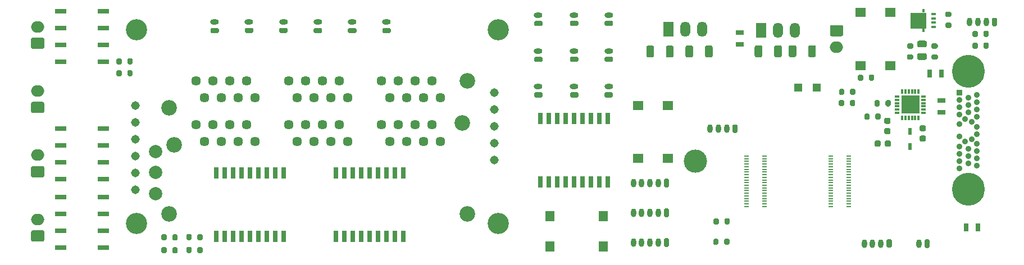
<source format=gbr>
%TF.GenerationSoftware,KiCad,Pcbnew,(5.1.9)-1*%
%TF.CreationDate,2021-05-21T14:20:41+01:00*%
%TF.ProjectId,BreakoutV1.0_,42726561-6b6f-4757-9456-312e305f2e6b,rev?*%
%TF.SameCoordinates,Original*%
%TF.FileFunction,Soldermask,Top*%
%TF.FilePolarity,Negative*%
%FSLAX46Y46*%
G04 Gerber Fmt 4.6, Leading zero omitted, Abs format (unit mm)*
G04 Created by KiCad (PCBNEW (5.1.9)-1) date 2021-05-21 14:20:41*
%MOMM*%
%LPD*%
G01*
G04 APERTURE LIST*
%ADD10R,2.800000X2.800000*%
%ADD11R,0.300000X0.800000*%
%ADD12R,0.800000X0.300000*%
%ADD13R,1.700000X0.650000*%
%ADD14R,1.200000X1.200000*%
%ADD15R,0.760000X1.270000*%
%ADD16R,0.400000X0.530000*%
%ADD17R,2.400000X2.450000*%
%ADD18R,0.750000X0.400000*%
%ADD19C,2.355000*%
%ADD20C,1.446000*%
%ADD21R,1.270000X0.760000*%
%ADD22R,0.500000X1.050000*%
%ADD23O,0.800000X1.300000*%
%ADD24O,1.500000X2.300000*%
%ADD25R,1.500000X2.300000*%
%ADD26R,0.660000X0.230000*%
%ADD27O,2.000000X1.700000*%
%ADD28O,1.300000X0.800000*%
%ADD29C,3.500120*%
%ADD30C,3.200000*%
%ADD31C,1.310000*%
%ADD32R,1.600000X1.400000*%
%ADD33R,1.400000X1.600000*%
%ADD34C,4.957000*%
%ADD35C,0.900000*%
%ADD36R,0.900000X0.900000*%
%ADD37C,1.998980*%
%ADD38R,0.650000X1.800000*%
G04 APERTURE END LIST*
D10*
%TO.C,IC4*%
X182255160Y-31135320D03*
D11*
X183505160Y-33135320D03*
X183005160Y-33135320D03*
X182505160Y-33135320D03*
X182005160Y-33135320D03*
X181505160Y-33135320D03*
X181005160Y-33135320D03*
D12*
X180255160Y-32385320D03*
X180255160Y-31885320D03*
X180255160Y-31385320D03*
X180255160Y-30885320D03*
X180255160Y-30385320D03*
X180255160Y-29885320D03*
D11*
X181005160Y-29135320D03*
X181505160Y-29135320D03*
X182005160Y-29135320D03*
X182505160Y-29135320D03*
X183005160Y-29135320D03*
X183505160Y-29135320D03*
D12*
X184255160Y-29885320D03*
X184255160Y-30385320D03*
X184255160Y-30885320D03*
X184255160Y-31385320D03*
X184255160Y-31885320D03*
X184255160Y-32385320D03*
%TD*%
D13*
%TO.C,K3*%
X54204000Y-24653240D03*
X54204000Y-22113240D03*
X54204000Y-19573240D03*
X54204000Y-17033240D03*
X60604000Y-17033240D03*
X60604000Y-19573240D03*
X60604000Y-22113240D03*
X60604000Y-24653240D03*
%TD*%
D14*
%TO.C,D1*%
X168186100Y-28575000D03*
X165386100Y-28575000D03*
%TD*%
D15*
%TO.C,D4*%
X186945000Y-26416000D03*
X185165000Y-26416000D03*
%TD*%
D16*
%TO.C,Q1*%
X184204840Y-16955480D03*
X184204840Y-19935480D03*
D17*
X183504840Y-18445480D03*
D18*
X185729840Y-17470480D03*
X185729840Y-18120480D03*
X185729840Y-18770480D03*
X185729840Y-19420480D03*
%TD*%
D13*
%TO.C,K2*%
X54229400Y-42392600D03*
X54229400Y-39852600D03*
X54229400Y-37312600D03*
X54229400Y-34772600D03*
X60629400Y-34772600D03*
X60629400Y-37312600D03*
X60629400Y-39852600D03*
X60629400Y-42392600D03*
%TD*%
%TO.C,K1*%
X54229400Y-52679600D03*
X54229400Y-50139600D03*
X54229400Y-47599600D03*
X54229400Y-45059600D03*
X60629400Y-45059600D03*
X60629400Y-47599600D03*
X60629400Y-50139600D03*
X60629400Y-52679600D03*
%TD*%
D19*
%TO.C,J29*%
X70562660Y-31589980D03*
X71322660Y-37179980D03*
X70562660Y-47589980D03*
X115512660Y-47589980D03*
X114752660Y-33879980D03*
X115512660Y-27529980D03*
D20*
X111452660Y-30069980D03*
X110182660Y-27529980D03*
X108912660Y-30069980D03*
X107642660Y-27529980D03*
X106372660Y-30069980D03*
X105102660Y-27529980D03*
X103832660Y-30069980D03*
X102562660Y-27529980D03*
X97482660Y-30069980D03*
X96212660Y-27529980D03*
X94942660Y-30069980D03*
X93672660Y-27529980D03*
X92402660Y-30069980D03*
X91132660Y-27529980D03*
X89862660Y-30069980D03*
X88592660Y-27529980D03*
X83512660Y-30069980D03*
X82242660Y-27529980D03*
X80972660Y-30069980D03*
X79702660Y-27529980D03*
X78432660Y-30069980D03*
X77162660Y-27529980D03*
X75892660Y-30069980D03*
X74622660Y-27529980D03*
X102562660Y-34129980D03*
X103832660Y-36669980D03*
X105102660Y-34129980D03*
X106372660Y-36669980D03*
X107642660Y-34129980D03*
X108912660Y-36669980D03*
X110182660Y-34129980D03*
X111452660Y-36669980D03*
X88592660Y-34129980D03*
X89862660Y-36669980D03*
X91132660Y-34129980D03*
X92402660Y-36669980D03*
X93672660Y-34129980D03*
X94942660Y-36669980D03*
X96212660Y-34129980D03*
X97482660Y-36669980D03*
X74622660Y-34129980D03*
X75892660Y-36669980D03*
X77162660Y-34129980D03*
X78432660Y-36669980D03*
X79702660Y-34129980D03*
X80972660Y-36669980D03*
X82242660Y-34129980D03*
X83512660Y-36669980D03*
%TD*%
D15*
%TO.C,D6*%
X192416160Y-49641760D03*
X190636160Y-49641760D03*
%TD*%
D21*
%TO.C,D5*%
X186944000Y-30484080D03*
X186944000Y-32264080D03*
%TD*%
%TO.C,D3*%
X156514800Y-20293600D03*
X156514800Y-22073600D03*
%TD*%
D22*
%TO.C,D2*%
X182168800Y-37460000D03*
X182168800Y-35184000D03*
%TD*%
D23*
%TO.C,J5*%
X183560400Y-52082700D03*
G36*
G01*
X185210400Y-51632700D02*
X185210400Y-52532700D01*
G75*
G02*
X185010400Y-52732700I-200000J0D01*
G01*
X184610400Y-52732700D01*
G75*
G02*
X184410400Y-52532700I0J200000D01*
G01*
X184410400Y-51632700D01*
G75*
G02*
X184610400Y-51432700I200000J0D01*
G01*
X185010400Y-51432700D01*
G75*
G02*
X185210400Y-51632700I0J-200000D01*
G01*
G37*
%TD*%
D24*
%TO.C,U2*%
X150855680Y-19781520D03*
X148315680Y-19781520D03*
D25*
X145775680Y-19781520D03*
%TD*%
D26*
%TO.C,U3*%
X172970100Y-40884700D03*
X170260100Y-40484700D03*
X170260100Y-40084700D03*
X172970100Y-40084700D03*
X170260100Y-39684700D03*
X172970100Y-39684700D03*
X170260100Y-39284700D03*
X172970100Y-39284700D03*
X170260100Y-38884700D03*
X172970100Y-44084700D03*
X170260100Y-43684700D03*
X172970100Y-43684700D03*
X170260100Y-43284700D03*
X172970100Y-43284700D03*
X170260100Y-42884700D03*
X172970100Y-42884700D03*
X170260100Y-42484700D03*
X172970100Y-42484700D03*
X170260100Y-42084700D03*
X172970100Y-42084700D03*
X170260100Y-41684700D03*
X172970100Y-41684700D03*
X170260100Y-41284700D03*
X172970100Y-40484700D03*
X172970100Y-41284700D03*
X170260100Y-40884700D03*
X170260100Y-46484700D03*
X172970100Y-46484700D03*
X170260100Y-46084700D03*
X172970100Y-46084700D03*
X170260100Y-45684700D03*
X172970100Y-45684700D03*
X170260100Y-45284700D03*
X172970100Y-45284700D03*
X170260100Y-44884700D03*
X172970100Y-44884700D03*
X170260100Y-44484700D03*
X172970100Y-44484700D03*
X170260100Y-44084700D03*
X172970100Y-38884700D03*
X160270100Y-38884700D03*
X157560100Y-38884700D03*
X160270100Y-39284700D03*
X157560100Y-39284700D03*
X160270100Y-39684700D03*
X157560100Y-39684700D03*
X160270100Y-40084700D03*
X157560100Y-40084700D03*
X160270100Y-40484700D03*
X157560100Y-41284700D03*
X160270100Y-41684700D03*
X157560100Y-41684700D03*
X160270100Y-42084700D03*
X157560100Y-42084700D03*
X160270100Y-42484700D03*
X157560100Y-42484700D03*
X160270100Y-42884700D03*
X157560100Y-42884700D03*
X160270100Y-43284700D03*
X157560100Y-43284700D03*
X160270100Y-43684700D03*
X157560100Y-43684700D03*
X160270100Y-44084700D03*
X157560100Y-44084700D03*
X160270100Y-44484700D03*
X157560100Y-44484700D03*
X160270100Y-44884700D03*
X157560100Y-44884700D03*
X160270100Y-45284700D03*
X157560100Y-45284700D03*
X160270100Y-45684700D03*
X157560100Y-45684700D03*
X160270100Y-46084700D03*
X157560100Y-46084700D03*
X160270100Y-46484700D03*
X157560100Y-46484700D03*
X157560100Y-40484700D03*
X160270100Y-40884700D03*
X157560100Y-40884700D03*
X160270100Y-41284700D03*
%TD*%
%TO.C,R12*%
G36*
G01*
X193275000Y-22500000D02*
X193275000Y-21950000D01*
G75*
G02*
X193475000Y-21750000I200000J0D01*
G01*
X193875000Y-21750000D01*
G75*
G02*
X194075000Y-21950000I0J-200000D01*
G01*
X194075000Y-22500000D01*
G75*
G02*
X193875000Y-22700000I-200000J0D01*
G01*
X193475000Y-22700000D01*
G75*
G02*
X193275000Y-22500000I0J200000D01*
G01*
G37*
G36*
G01*
X191625000Y-22500000D02*
X191625000Y-21950000D01*
G75*
G02*
X191825000Y-21750000I200000J0D01*
G01*
X192225000Y-21750000D01*
G75*
G02*
X192425000Y-21950000I0J-200000D01*
G01*
X192425000Y-22500000D01*
G75*
G02*
X192225000Y-22700000I-200000J0D01*
G01*
X191825000Y-22700000D01*
G75*
G02*
X191625000Y-22500000I0J200000D01*
G01*
G37*
%TD*%
%TO.C,R11*%
G36*
G01*
X193275000Y-20722000D02*
X193275000Y-20172000D01*
G75*
G02*
X193475000Y-19972000I200000J0D01*
G01*
X193875000Y-19972000D01*
G75*
G02*
X194075000Y-20172000I0J-200000D01*
G01*
X194075000Y-20722000D01*
G75*
G02*
X193875000Y-20922000I-200000J0D01*
G01*
X193475000Y-20922000D01*
G75*
G02*
X193275000Y-20722000I0J200000D01*
G01*
G37*
G36*
G01*
X191625000Y-20722000D02*
X191625000Y-20172000D01*
G75*
G02*
X191825000Y-19972000I200000J0D01*
G01*
X192225000Y-19972000D01*
G75*
G02*
X192425000Y-20172000I0J-200000D01*
G01*
X192425000Y-20722000D01*
G75*
G02*
X192225000Y-20922000I-200000J0D01*
G01*
X191825000Y-20922000D01*
G75*
G02*
X191625000Y-20722000I0J200000D01*
G01*
G37*
%TD*%
%TO.C,C5*%
G36*
G01*
X145426000Y-23764001D02*
X145426000Y-22463999D01*
G75*
G02*
X145675999Y-22214000I249999J0D01*
G01*
X146326001Y-22214000D01*
G75*
G02*
X146576000Y-22463999I0J-249999D01*
G01*
X146576000Y-23764001D01*
G75*
G02*
X146326001Y-24014000I-249999J0D01*
G01*
X145675999Y-24014000D01*
G75*
G02*
X145426000Y-23764001I0J249999D01*
G01*
G37*
G36*
G01*
X142476000Y-23764001D02*
X142476000Y-22463999D01*
G75*
G02*
X142725999Y-22214000I249999J0D01*
G01*
X143376001Y-22214000D01*
G75*
G02*
X143626000Y-22463999I0J-249999D01*
G01*
X143626000Y-23764001D01*
G75*
G02*
X143376001Y-24014000I-249999J0D01*
G01*
X142725999Y-24014000D01*
G75*
G02*
X142476000Y-23764001I0J249999D01*
G01*
G37*
%TD*%
D27*
%TO.C,J24*%
X171145200Y-22464400D03*
G36*
G01*
X170395200Y-19114400D02*
X171895200Y-19114400D01*
G75*
G02*
X172145200Y-19364400I0J-250000D01*
G01*
X172145200Y-20564400D01*
G75*
G02*
X171895200Y-20814400I-250000J0D01*
G01*
X170395200Y-20814400D01*
G75*
G02*
X170145200Y-20564400I0J250000D01*
G01*
X170145200Y-19364400D01*
G75*
G02*
X170395200Y-19114400I250000J0D01*
G01*
G37*
%TD*%
%TO.C,C6*%
G36*
G01*
X149517000Y-22463999D02*
X149517000Y-23764001D01*
G75*
G02*
X149267001Y-24014000I-249999J0D01*
G01*
X148616999Y-24014000D01*
G75*
G02*
X148367000Y-23764001I0J249999D01*
G01*
X148367000Y-22463999D01*
G75*
G02*
X148616999Y-22214000I249999J0D01*
G01*
X149267001Y-22214000D01*
G75*
G02*
X149517000Y-22463999I0J-249999D01*
G01*
G37*
G36*
G01*
X152467000Y-22463999D02*
X152467000Y-23764001D01*
G75*
G02*
X152217001Y-24014000I-249999J0D01*
G01*
X151566999Y-24014000D01*
G75*
G02*
X151317000Y-23764001I0J249999D01*
G01*
X151317000Y-22463999D01*
G75*
G02*
X151566999Y-22214000I249999J0D01*
G01*
X152217001Y-22214000D01*
G75*
G02*
X152467000Y-22463999I0J-249999D01*
G01*
G37*
%TD*%
%TO.C,C7*%
G36*
G01*
X161745200Y-23738601D02*
X161745200Y-22438599D01*
G75*
G02*
X161995199Y-22188600I249999J0D01*
G01*
X162645201Y-22188600D01*
G75*
G02*
X162895200Y-22438599I0J-249999D01*
G01*
X162895200Y-23738601D01*
G75*
G02*
X162645201Y-23988600I-249999J0D01*
G01*
X161995199Y-23988600D01*
G75*
G02*
X161745200Y-23738601I0J249999D01*
G01*
G37*
G36*
G01*
X158795200Y-23738601D02*
X158795200Y-22438599D01*
G75*
G02*
X159045199Y-22188600I249999J0D01*
G01*
X159695201Y-22188600D01*
G75*
G02*
X159945200Y-22438599I0J-249999D01*
G01*
X159945200Y-23738601D01*
G75*
G02*
X159695201Y-23988600I-249999J0D01*
G01*
X159045199Y-23988600D01*
G75*
G02*
X158795200Y-23738601I0J249999D01*
G01*
G37*
%TD*%
%TO.C,C8*%
G36*
G01*
X166865400Y-23713201D02*
X166865400Y-22413199D01*
G75*
G02*
X167115399Y-22163200I249999J0D01*
G01*
X167765401Y-22163200D01*
G75*
G02*
X168015400Y-22413199I0J-249999D01*
G01*
X168015400Y-23713201D01*
G75*
G02*
X167765401Y-23963200I-249999J0D01*
G01*
X167115399Y-23963200D01*
G75*
G02*
X166865400Y-23713201I0J249999D01*
G01*
G37*
G36*
G01*
X163915400Y-23713201D02*
X163915400Y-22413199D01*
G75*
G02*
X164165399Y-22163200I249999J0D01*
G01*
X164815401Y-22163200D01*
G75*
G02*
X165065400Y-22413199I0J-249999D01*
G01*
X165065400Y-23713201D01*
G75*
G02*
X164815401Y-23963200I-249999J0D01*
G01*
X164165399Y-23963200D01*
G75*
G02*
X163915400Y-23713201I0J249999D01*
G01*
G37*
%TD*%
%TO.C,C1*%
G36*
G01*
X184498000Y-22473500D02*
X183548000Y-22473500D01*
G75*
G02*
X183298000Y-22223500I0J250000D01*
G01*
X183298000Y-21723500D01*
G75*
G02*
X183548000Y-21473500I250000J0D01*
G01*
X184498000Y-21473500D01*
G75*
G02*
X184748000Y-21723500I0J-250000D01*
G01*
X184748000Y-22223500D01*
G75*
G02*
X184498000Y-22473500I-250000J0D01*
G01*
G37*
G36*
G01*
X184498000Y-24373500D02*
X183548000Y-24373500D01*
G75*
G02*
X183298000Y-24123500I0J250000D01*
G01*
X183298000Y-23623500D01*
G75*
G02*
X183548000Y-23373500I250000J0D01*
G01*
X184498000Y-23373500D01*
G75*
G02*
X184748000Y-23623500I0J-250000D01*
G01*
X184748000Y-24123500D01*
G75*
G02*
X184498000Y-24373500I-250000J0D01*
G01*
G37*
%TD*%
D28*
%TO.C,J20*%
X77406500Y-18689000D03*
G36*
G01*
X77856500Y-20339000D02*
X76956500Y-20339000D01*
G75*
G02*
X76756500Y-20139000I0J200000D01*
G01*
X76756500Y-19739000D01*
G75*
G02*
X76956500Y-19539000I200000J0D01*
G01*
X77856500Y-19539000D01*
G75*
G02*
X78056500Y-19739000I0J-200000D01*
G01*
X78056500Y-20139000D01*
G75*
G02*
X77856500Y-20339000I-200000J0D01*
G01*
G37*
%TD*%
%TO.C,J16*%
X98132900Y-18689000D03*
G36*
G01*
X98582900Y-20339000D02*
X97682900Y-20339000D01*
G75*
G02*
X97482900Y-20139000I0J200000D01*
G01*
X97482900Y-19739000D01*
G75*
G02*
X97682900Y-19539000I200000J0D01*
G01*
X98582900Y-19539000D01*
G75*
G02*
X98782900Y-19739000I0J-200000D01*
G01*
X98782900Y-20139000D01*
G75*
G02*
X98582900Y-20339000I-200000J0D01*
G01*
G37*
%TD*%
%TO.C,J15*%
X103314500Y-18689000D03*
G36*
G01*
X103764500Y-20339000D02*
X102864500Y-20339000D01*
G75*
G02*
X102664500Y-20139000I0J200000D01*
G01*
X102664500Y-19739000D01*
G75*
G02*
X102864500Y-19539000I200000J0D01*
G01*
X103764500Y-19539000D01*
G75*
G02*
X103964500Y-19739000I0J-200000D01*
G01*
X103964500Y-20139000D01*
G75*
G02*
X103764500Y-20339000I-200000J0D01*
G01*
G37*
%TD*%
D29*
%TO.C,H1*%
X149860000Y-39624000D03*
%TD*%
D30*
%TO.C,J31/32*%
X120170020Y-49017160D03*
X120167480Y-19845260D03*
X65587960Y-49024780D03*
X65585420Y-19835100D03*
D31*
X119537480Y-36972240D03*
X119537480Y-29352240D03*
X119537480Y-39512240D03*
X119537480Y-34432240D03*
X119537480Y-31892240D03*
X65477480Y-43922240D03*
X65477480Y-41382240D03*
X65477480Y-38842240D03*
X65477480Y-36302240D03*
X65477480Y-33762240D03*
X65477480Y-31222240D03*
%TD*%
%TO.C,J27*%
G36*
G01*
X51473800Y-32405266D02*
X49973800Y-32405266D01*
G75*
G02*
X49723800Y-32155266I0J250000D01*
G01*
X49723800Y-30955266D01*
G75*
G02*
X49973800Y-30705266I250000J0D01*
G01*
X51473800Y-30705266D01*
G75*
G02*
X51723800Y-30955266I0J-250000D01*
G01*
X51723800Y-32155266D01*
G75*
G02*
X51473800Y-32405266I-250000J0D01*
G01*
G37*
D27*
X50723800Y-29055266D03*
%TD*%
%TO.C,J26*%
G36*
G01*
X51473800Y-42091132D02*
X49973800Y-42091132D01*
G75*
G02*
X49723800Y-41841132I0J250000D01*
G01*
X49723800Y-40641132D01*
G75*
G02*
X49973800Y-40391132I250000J0D01*
G01*
X51473800Y-40391132D01*
G75*
G02*
X51723800Y-40641132I0J-250000D01*
G01*
X51723800Y-41841132D01*
G75*
G02*
X51473800Y-42091132I-250000J0D01*
G01*
G37*
X50723800Y-38741132D03*
%TD*%
D23*
%TO.C,J4*%
X152094240Y-34757360D03*
X153344240Y-34757360D03*
X154594240Y-34757360D03*
G36*
G01*
X156244240Y-34307360D02*
X156244240Y-35207360D01*
G75*
G02*
X156044240Y-35407360I-200000J0D01*
G01*
X155644240Y-35407360D01*
G75*
G02*
X155444240Y-35207360I0J200000D01*
G01*
X155444240Y-34307360D01*
G75*
G02*
X155644240Y-34107360I200000J0D01*
G01*
X156044240Y-34107360D01*
G75*
G02*
X156244240Y-34307360I0J-200000D01*
G01*
G37*
%TD*%
D24*
%TO.C,U1*%
X164825680Y-19928840D03*
X162285680Y-19928840D03*
D25*
X159745680Y-19928840D03*
%TD*%
D32*
%TO.C,S3*%
X179282920Y-17229320D03*
X179282920Y-25229320D03*
X174782920Y-17229320D03*
X174782920Y-25229320D03*
%TD*%
%TO.C,S2*%
X141219360Y-39234880D03*
X141219360Y-31234880D03*
X145719360Y-39234880D03*
X145719360Y-31234880D03*
%TD*%
D33*
%TO.C,S1*%
X127942840Y-47975960D03*
X135942840Y-47975960D03*
X127942840Y-52475960D03*
X135942840Y-52475960D03*
%TD*%
%TO.C,R6*%
G36*
G01*
X65043000Y-24322360D02*
X65043000Y-24872360D01*
G75*
G02*
X64843000Y-25072360I-200000J0D01*
G01*
X64443000Y-25072360D01*
G75*
G02*
X64243000Y-24872360I0J200000D01*
G01*
X64243000Y-24322360D01*
G75*
G02*
X64443000Y-24122360I200000J0D01*
G01*
X64843000Y-24122360D01*
G75*
G02*
X65043000Y-24322360I0J-200000D01*
G01*
G37*
G36*
G01*
X63393000Y-24322360D02*
X63393000Y-24872360D01*
G75*
G02*
X63193000Y-25072360I-200000J0D01*
G01*
X62793000Y-25072360D01*
G75*
G02*
X62593000Y-24872360I0J200000D01*
G01*
X62593000Y-24322360D01*
G75*
G02*
X62793000Y-24122360I200000J0D01*
G01*
X63193000Y-24122360D01*
G75*
G02*
X63393000Y-24322360I0J-200000D01*
G01*
G37*
%TD*%
%TO.C,R5*%
G36*
G01*
X65043000Y-26115600D02*
X65043000Y-26665600D01*
G75*
G02*
X64843000Y-26865600I-200000J0D01*
G01*
X64443000Y-26865600D01*
G75*
G02*
X64243000Y-26665600I0J200000D01*
G01*
X64243000Y-26115600D01*
G75*
G02*
X64443000Y-25915600I200000J0D01*
G01*
X64843000Y-25915600D01*
G75*
G02*
X65043000Y-26115600I0J-200000D01*
G01*
G37*
G36*
G01*
X63393000Y-26115600D02*
X63393000Y-26665600D01*
G75*
G02*
X63193000Y-26865600I-200000J0D01*
G01*
X62793000Y-26865600D01*
G75*
G02*
X62593000Y-26665600I0J200000D01*
G01*
X62593000Y-26115600D01*
G75*
G02*
X62793000Y-25915600I200000J0D01*
G01*
X63193000Y-25915600D01*
G75*
G02*
X63393000Y-26115600I0J-200000D01*
G01*
G37*
%TD*%
%TO.C,R4*%
G36*
G01*
X73934000Y-50829800D02*
X73934000Y-51379800D01*
G75*
G02*
X73734000Y-51579800I-200000J0D01*
G01*
X73334000Y-51579800D01*
G75*
G02*
X73134000Y-51379800I0J200000D01*
G01*
X73134000Y-50829800D01*
G75*
G02*
X73334000Y-50629800I200000J0D01*
G01*
X73734000Y-50629800D01*
G75*
G02*
X73934000Y-50829800I0J-200000D01*
G01*
G37*
G36*
G01*
X75584000Y-50829800D02*
X75584000Y-51379800D01*
G75*
G02*
X75384000Y-51579800I-200000J0D01*
G01*
X74984000Y-51579800D01*
G75*
G02*
X74784000Y-51379800I0J200000D01*
G01*
X74784000Y-50829800D01*
G75*
G02*
X74984000Y-50629800I200000J0D01*
G01*
X75384000Y-50629800D01*
G75*
G02*
X75584000Y-50829800I0J-200000D01*
G01*
G37*
%TD*%
%TO.C,R3*%
G36*
G01*
X73934000Y-52780520D02*
X73934000Y-53330520D01*
G75*
G02*
X73734000Y-53530520I-200000J0D01*
G01*
X73334000Y-53530520D01*
G75*
G02*
X73134000Y-53330520I0J200000D01*
G01*
X73134000Y-52780520D01*
G75*
G02*
X73334000Y-52580520I200000J0D01*
G01*
X73734000Y-52580520D01*
G75*
G02*
X73934000Y-52780520I0J-200000D01*
G01*
G37*
G36*
G01*
X75584000Y-52780520D02*
X75584000Y-53330520D01*
G75*
G02*
X75384000Y-53530520I-200000J0D01*
G01*
X74984000Y-53530520D01*
G75*
G02*
X74784000Y-53330520I0J200000D01*
G01*
X74784000Y-52780520D01*
G75*
G02*
X74984000Y-52580520I200000J0D01*
G01*
X75384000Y-52580520D01*
G75*
G02*
X75584000Y-52780520I0J-200000D01*
G01*
G37*
%TD*%
%TO.C,R2*%
G36*
G01*
X70174800Y-50855200D02*
X70174800Y-51405200D01*
G75*
G02*
X69974800Y-51605200I-200000J0D01*
G01*
X69574800Y-51605200D01*
G75*
G02*
X69374800Y-51405200I0J200000D01*
G01*
X69374800Y-50855200D01*
G75*
G02*
X69574800Y-50655200I200000J0D01*
G01*
X69974800Y-50655200D01*
G75*
G02*
X70174800Y-50855200I0J-200000D01*
G01*
G37*
G36*
G01*
X71824800Y-50855200D02*
X71824800Y-51405200D01*
G75*
G02*
X71624800Y-51605200I-200000J0D01*
G01*
X71224800Y-51605200D01*
G75*
G02*
X71024800Y-51405200I0J200000D01*
G01*
X71024800Y-50855200D01*
G75*
G02*
X71224800Y-50655200I200000J0D01*
G01*
X71624800Y-50655200D01*
G75*
G02*
X71824800Y-50855200I0J-200000D01*
G01*
G37*
%TD*%
%TO.C,R1*%
G36*
G01*
X70174800Y-52805920D02*
X70174800Y-53355920D01*
G75*
G02*
X69974800Y-53555920I-200000J0D01*
G01*
X69574800Y-53555920D01*
G75*
G02*
X69374800Y-53355920I0J200000D01*
G01*
X69374800Y-52805920D01*
G75*
G02*
X69574800Y-52605920I200000J0D01*
G01*
X69974800Y-52605920D01*
G75*
G02*
X70174800Y-52805920I0J-200000D01*
G01*
G37*
G36*
G01*
X71824800Y-52805920D02*
X71824800Y-53355920D01*
G75*
G02*
X71624800Y-53555920I-200000J0D01*
G01*
X71224800Y-53555920D01*
G75*
G02*
X71024800Y-53355920I0J200000D01*
G01*
X71024800Y-52805920D01*
G75*
G02*
X71224800Y-52605920I200000J0D01*
G01*
X71624800Y-52605920D01*
G75*
G02*
X71824800Y-52805920I0J-200000D01*
G01*
G37*
%TD*%
%TO.C,R14*%
G36*
G01*
X173153120Y-29479920D02*
X173153120Y-28929920D01*
G75*
G02*
X173353120Y-28729920I200000J0D01*
G01*
X173753120Y-28729920D01*
G75*
G02*
X173953120Y-28929920I0J-200000D01*
G01*
X173953120Y-29479920D01*
G75*
G02*
X173753120Y-29679920I-200000J0D01*
G01*
X173353120Y-29679920D01*
G75*
G02*
X173153120Y-29479920I0J200000D01*
G01*
G37*
G36*
G01*
X171503120Y-29479920D02*
X171503120Y-28929920D01*
G75*
G02*
X171703120Y-28729920I200000J0D01*
G01*
X172103120Y-28729920D01*
G75*
G02*
X172303120Y-28929920I0J-200000D01*
G01*
X172303120Y-29479920D01*
G75*
G02*
X172103120Y-29679920I-200000J0D01*
G01*
X171703120Y-29679920D01*
G75*
G02*
X171503120Y-29479920I0J200000D01*
G01*
G37*
%TD*%
%TO.C,R15*%
G36*
G01*
X173142460Y-31146160D02*
X173142460Y-30596160D01*
G75*
G02*
X173342460Y-30396160I200000J0D01*
G01*
X173742460Y-30396160D01*
G75*
G02*
X173942460Y-30596160I0J-200000D01*
G01*
X173942460Y-31146160D01*
G75*
G02*
X173742460Y-31346160I-200000J0D01*
G01*
X173342460Y-31346160D01*
G75*
G02*
X173142460Y-31146160I0J200000D01*
G01*
G37*
G36*
G01*
X171492460Y-31146160D02*
X171492460Y-30596160D01*
G75*
G02*
X171692460Y-30396160I200000J0D01*
G01*
X172092460Y-30396160D01*
G75*
G02*
X172292460Y-30596160I0J-200000D01*
G01*
X172292460Y-31146160D01*
G75*
G02*
X172092460Y-31346160I-200000J0D01*
G01*
X171692460Y-31346160D01*
G75*
G02*
X171492460Y-31146160I0J200000D01*
G01*
G37*
%TD*%
%TO.C,R13*%
G36*
G01*
X178507440Y-31196960D02*
X178507440Y-30646960D01*
G75*
G02*
X178707440Y-30446960I200000J0D01*
G01*
X179107440Y-30446960D01*
G75*
G02*
X179307440Y-30646960I0J-200000D01*
G01*
X179307440Y-31196960D01*
G75*
G02*
X179107440Y-31396960I-200000J0D01*
G01*
X178707440Y-31396960D01*
G75*
G02*
X178507440Y-31196960I0J200000D01*
G01*
G37*
G36*
G01*
X176857440Y-31196960D02*
X176857440Y-30646960D01*
G75*
G02*
X177057440Y-30446960I200000J0D01*
G01*
X177457440Y-30446960D01*
G75*
G02*
X177657440Y-30646960I0J-200000D01*
G01*
X177657440Y-31196960D01*
G75*
G02*
X177457440Y-31396960I-200000J0D01*
G01*
X177057440Y-31396960D01*
G75*
G02*
X176857440Y-31196960I0J200000D01*
G01*
G37*
%TD*%
%TO.C,R17*%
G36*
G01*
X185653000Y-23539000D02*
X186203000Y-23539000D01*
G75*
G02*
X186403000Y-23739000I0J-200000D01*
G01*
X186403000Y-24139000D01*
G75*
G02*
X186203000Y-24339000I-200000J0D01*
G01*
X185653000Y-24339000D01*
G75*
G02*
X185453000Y-24139000I0J200000D01*
G01*
X185453000Y-23739000D01*
G75*
G02*
X185653000Y-23539000I200000J0D01*
G01*
G37*
G36*
G01*
X185653000Y-21889000D02*
X186203000Y-21889000D01*
G75*
G02*
X186403000Y-22089000I0J-200000D01*
G01*
X186403000Y-22489000D01*
G75*
G02*
X186203000Y-22689000I-200000J0D01*
G01*
X185653000Y-22689000D01*
G75*
G02*
X185453000Y-22489000I0J200000D01*
G01*
X185453000Y-22089000D01*
G75*
G02*
X185653000Y-21889000I200000J0D01*
G01*
G37*
%TD*%
%TO.C,R8*%
G36*
G01*
X182520000Y-22688500D02*
X181970000Y-22688500D01*
G75*
G02*
X181770000Y-22488500I0J200000D01*
G01*
X181770000Y-22088500D01*
G75*
G02*
X181970000Y-21888500I200000J0D01*
G01*
X182520000Y-21888500D01*
G75*
G02*
X182720000Y-22088500I0J-200000D01*
G01*
X182720000Y-22488500D01*
G75*
G02*
X182520000Y-22688500I-200000J0D01*
G01*
G37*
G36*
G01*
X182520000Y-24338500D02*
X181970000Y-24338500D01*
G75*
G02*
X181770000Y-24138500I0J200000D01*
G01*
X181770000Y-23738500D01*
G75*
G02*
X181970000Y-23538500I200000J0D01*
G01*
X182520000Y-23538500D01*
G75*
G02*
X182720000Y-23738500I0J-200000D01*
G01*
X182720000Y-24138500D01*
G75*
G02*
X182520000Y-24338500I-200000J0D01*
G01*
G37*
%TD*%
%TO.C,R18*%
G36*
G01*
X187700240Y-17103640D02*
X188250240Y-17103640D01*
G75*
G02*
X188450240Y-17303640I0J-200000D01*
G01*
X188450240Y-17703640D01*
G75*
G02*
X188250240Y-17903640I-200000J0D01*
G01*
X187700240Y-17903640D01*
G75*
G02*
X187500240Y-17703640I0J200000D01*
G01*
X187500240Y-17303640D01*
G75*
G02*
X187700240Y-17103640I200000J0D01*
G01*
G37*
G36*
G01*
X187700240Y-18753640D02*
X188250240Y-18753640D01*
G75*
G02*
X188450240Y-18953640I0J-200000D01*
G01*
X188450240Y-19353640D01*
G75*
G02*
X188250240Y-19553640I-200000J0D01*
G01*
X187700240Y-19553640D01*
G75*
G02*
X187500240Y-19353640I0J200000D01*
G01*
X187500240Y-18953640D01*
G75*
G02*
X187700240Y-18753640I200000J0D01*
G01*
G37*
%TD*%
%TO.C,R16*%
G36*
G01*
X175157080Y-26776000D02*
X175157080Y-27326000D01*
G75*
G02*
X174957080Y-27526000I-200000J0D01*
G01*
X174557080Y-27526000D01*
G75*
G02*
X174357080Y-27326000I0J200000D01*
G01*
X174357080Y-26776000D01*
G75*
G02*
X174557080Y-26576000I200000J0D01*
G01*
X174957080Y-26576000D01*
G75*
G02*
X175157080Y-26776000I0J-200000D01*
G01*
G37*
G36*
G01*
X176807080Y-26776000D02*
X176807080Y-27326000D01*
G75*
G02*
X176607080Y-27526000I-200000J0D01*
G01*
X176207080Y-27526000D01*
G75*
G02*
X176007080Y-27326000I0J200000D01*
G01*
X176007080Y-26776000D01*
G75*
G02*
X176207080Y-26576000I200000J0D01*
G01*
X176607080Y-26576000D01*
G75*
G02*
X176807080Y-26776000I0J-200000D01*
G01*
G37*
%TD*%
%TO.C,R7*%
G36*
G01*
X176973280Y-33213720D02*
X176973280Y-32663720D01*
G75*
G02*
X177173280Y-32463720I200000J0D01*
G01*
X177573280Y-32463720D01*
G75*
G02*
X177773280Y-32663720I0J-200000D01*
G01*
X177773280Y-33213720D01*
G75*
G02*
X177573280Y-33413720I-200000J0D01*
G01*
X177173280Y-33413720D01*
G75*
G02*
X176973280Y-33213720I0J200000D01*
G01*
G37*
G36*
G01*
X175323280Y-33213720D02*
X175323280Y-32663720D01*
G75*
G02*
X175523280Y-32463720I200000J0D01*
G01*
X175923280Y-32463720D01*
G75*
G02*
X176123280Y-32663720I0J-200000D01*
G01*
X176123280Y-33213720D01*
G75*
G02*
X175923280Y-33413720I-200000J0D01*
G01*
X175523280Y-33413720D01*
G75*
G02*
X175323280Y-33213720I0J200000D01*
G01*
G37*
%TD*%
%TO.C,R9*%
G36*
G01*
X153389280Y-48447280D02*
X153389280Y-48997280D01*
G75*
G02*
X153189280Y-49197280I-200000J0D01*
G01*
X152789280Y-49197280D01*
G75*
G02*
X152589280Y-48997280I0J200000D01*
G01*
X152589280Y-48447280D01*
G75*
G02*
X152789280Y-48247280I200000J0D01*
G01*
X153189280Y-48247280D01*
G75*
G02*
X153389280Y-48447280I0J-200000D01*
G01*
G37*
G36*
G01*
X155039280Y-48447280D02*
X155039280Y-48997280D01*
G75*
G02*
X154839280Y-49197280I-200000J0D01*
G01*
X154439280Y-49197280D01*
G75*
G02*
X154239280Y-48997280I0J200000D01*
G01*
X154239280Y-48447280D01*
G75*
G02*
X154439280Y-48247280I200000J0D01*
G01*
X154839280Y-48247280D01*
G75*
G02*
X155039280Y-48447280I0J-200000D01*
G01*
G37*
%TD*%
%TO.C,R10*%
G36*
G01*
X154997100Y-51528300D02*
X154997100Y-52078300D01*
G75*
G02*
X154797100Y-52278300I-200000J0D01*
G01*
X154397100Y-52278300D01*
G75*
G02*
X154197100Y-52078300I0J200000D01*
G01*
X154197100Y-51528300D01*
G75*
G02*
X154397100Y-51328300I200000J0D01*
G01*
X154797100Y-51328300D01*
G75*
G02*
X154997100Y-51528300I0J-200000D01*
G01*
G37*
G36*
G01*
X153347100Y-51528300D02*
X153347100Y-52078300D01*
G75*
G02*
X153147100Y-52278300I-200000J0D01*
G01*
X152747100Y-52278300D01*
G75*
G02*
X152547100Y-52078300I0J200000D01*
G01*
X152547100Y-51528300D01*
G75*
G02*
X152747100Y-51328300I200000J0D01*
G01*
X153147100Y-51328300D01*
G75*
G02*
X153347100Y-51528300I0J-200000D01*
G01*
G37*
%TD*%
%TO.C,J28*%
G36*
G01*
X51473800Y-22719400D02*
X49973800Y-22719400D01*
G75*
G02*
X49723800Y-22469400I0J250000D01*
G01*
X49723800Y-21269400D01*
G75*
G02*
X49973800Y-21019400I250000J0D01*
G01*
X51473800Y-21019400D01*
G75*
G02*
X51723800Y-21269400I0J-250000D01*
G01*
X51723800Y-22469400D01*
G75*
G02*
X51473800Y-22719400I-250000J0D01*
G01*
G37*
D27*
X50723800Y-19369400D03*
%TD*%
%TO.C,J25*%
G36*
G01*
X51473800Y-51777000D02*
X49973800Y-51777000D01*
G75*
G02*
X49723800Y-51527000I0J250000D01*
G01*
X49723800Y-50327000D01*
G75*
G02*
X49973800Y-50077000I250000J0D01*
G01*
X51473800Y-50077000D01*
G75*
G02*
X51723800Y-50327000I0J-250000D01*
G01*
X51723800Y-51527000D01*
G75*
G02*
X51473800Y-51777000I-250000J0D01*
G01*
G37*
X50723800Y-48427000D03*
%TD*%
D23*
%TO.C,J2*%
X191195000Y-18669000D03*
X192445000Y-18669000D03*
X193695000Y-18669000D03*
G36*
G01*
X195345000Y-18219000D02*
X195345000Y-19119000D01*
G75*
G02*
X195145000Y-19319000I-200000J0D01*
G01*
X194745000Y-19319000D01*
G75*
G02*
X194545000Y-19119000I0J200000D01*
G01*
X194545000Y-18219000D01*
G75*
G02*
X194745000Y-18019000I200000J0D01*
G01*
X195145000Y-18019000D01*
G75*
G02*
X195345000Y-18219000I0J-200000D01*
G01*
G37*
%TD*%
D28*
%TO.C,J6*%
X136809480Y-28407040D03*
G36*
G01*
X137259480Y-30057040D02*
X136359480Y-30057040D01*
G75*
G02*
X136159480Y-29857040I0J200000D01*
G01*
X136159480Y-29457040D01*
G75*
G02*
X136359480Y-29257040I200000J0D01*
G01*
X137259480Y-29257040D01*
G75*
G02*
X137459480Y-29457040I0J-200000D01*
G01*
X137459480Y-29857040D01*
G75*
G02*
X137259480Y-30057040I-200000J0D01*
G01*
G37*
%TD*%
%TO.C,J7*%
X136809480Y-23042560D03*
G36*
G01*
X137259480Y-24692560D02*
X136359480Y-24692560D01*
G75*
G02*
X136159480Y-24492560I0J200000D01*
G01*
X136159480Y-24092560D01*
G75*
G02*
X136359480Y-23892560I200000J0D01*
G01*
X137259480Y-23892560D01*
G75*
G02*
X137459480Y-24092560I0J-200000D01*
G01*
X137459480Y-24492560D01*
G75*
G02*
X137259480Y-24692560I-200000J0D01*
G01*
G37*
%TD*%
%TO.C,J8*%
X136809480Y-17627280D03*
G36*
G01*
X137259480Y-19277280D02*
X136359480Y-19277280D01*
G75*
G02*
X136159480Y-19077280I0J200000D01*
G01*
X136159480Y-18677280D01*
G75*
G02*
X136359480Y-18477280I200000J0D01*
G01*
X137259480Y-18477280D01*
G75*
G02*
X137459480Y-18677280I0J-200000D01*
G01*
X137459480Y-19077280D01*
G75*
G02*
X137259480Y-19277280I-200000J0D01*
G01*
G37*
%TD*%
%TO.C,J9*%
X131597400Y-28407040D03*
G36*
G01*
X132047400Y-30057040D02*
X131147400Y-30057040D01*
G75*
G02*
X130947400Y-29857040I0J200000D01*
G01*
X130947400Y-29457040D01*
G75*
G02*
X131147400Y-29257040I200000J0D01*
G01*
X132047400Y-29257040D01*
G75*
G02*
X132247400Y-29457040I0J-200000D01*
G01*
X132247400Y-29857040D01*
G75*
G02*
X132047400Y-30057040I-200000J0D01*
G01*
G37*
%TD*%
%TO.C,J10*%
X131597400Y-23042560D03*
G36*
G01*
X132047400Y-24692560D02*
X131147400Y-24692560D01*
G75*
G02*
X130947400Y-24492560I0J200000D01*
G01*
X130947400Y-24092560D01*
G75*
G02*
X131147400Y-23892560I200000J0D01*
G01*
X132047400Y-23892560D01*
G75*
G02*
X132247400Y-24092560I0J-200000D01*
G01*
X132247400Y-24492560D01*
G75*
G02*
X132047400Y-24692560I-200000J0D01*
G01*
G37*
%TD*%
%TO.C,J11*%
X131597400Y-17627280D03*
G36*
G01*
X132047400Y-19277280D02*
X131147400Y-19277280D01*
G75*
G02*
X130947400Y-19077280I0J200000D01*
G01*
X130947400Y-18677280D01*
G75*
G02*
X131147400Y-18477280I200000J0D01*
G01*
X132047400Y-18477280D01*
G75*
G02*
X132247400Y-18677280I0J-200000D01*
G01*
X132247400Y-19077280D01*
G75*
G02*
X132047400Y-19277280I-200000J0D01*
G01*
G37*
%TD*%
%TO.C,J12*%
X126192280Y-28407040D03*
G36*
G01*
X126642280Y-30057040D02*
X125742280Y-30057040D01*
G75*
G02*
X125542280Y-29857040I0J200000D01*
G01*
X125542280Y-29457040D01*
G75*
G02*
X125742280Y-29257040I200000J0D01*
G01*
X126642280Y-29257040D01*
G75*
G02*
X126842280Y-29457040I0J-200000D01*
G01*
X126842280Y-29857040D01*
G75*
G02*
X126642280Y-30057040I-200000J0D01*
G01*
G37*
%TD*%
%TO.C,J13*%
G36*
G01*
X126642280Y-24692560D02*
X125742280Y-24692560D01*
G75*
G02*
X125542280Y-24492560I0J200000D01*
G01*
X125542280Y-24092560D01*
G75*
G02*
X125742280Y-23892560I200000J0D01*
G01*
X126642280Y-23892560D01*
G75*
G02*
X126842280Y-24092560I0J-200000D01*
G01*
X126842280Y-24492560D01*
G75*
G02*
X126642280Y-24692560I-200000J0D01*
G01*
G37*
X126192280Y-23042560D03*
%TD*%
%TO.C,J14*%
X126192280Y-17627280D03*
G36*
G01*
X126642280Y-19277280D02*
X125742280Y-19277280D01*
G75*
G02*
X125542280Y-19077280I0J200000D01*
G01*
X125542280Y-18677280D01*
G75*
G02*
X125742280Y-18477280I200000J0D01*
G01*
X126642280Y-18477280D01*
G75*
G02*
X126842280Y-18677280I0J-200000D01*
G01*
X126842280Y-19077280D01*
G75*
G02*
X126642280Y-19277280I-200000J0D01*
G01*
G37*
%TD*%
D34*
%TO.C,J1*%
X190996960Y-43906120D03*
X190996960Y-26106120D03*
D35*
X190996960Y-39956120D03*
X190996960Y-38856120D03*
X190996960Y-37756120D03*
X190996960Y-32256120D03*
X190996960Y-31156120D03*
X190996960Y-30056120D03*
X192321960Y-29656120D03*
X192321960Y-30756120D03*
X192321960Y-31856120D03*
X192321960Y-32956120D03*
X191521960Y-33706120D03*
X192321960Y-34456120D03*
X192321960Y-35556120D03*
X191521960Y-36306120D03*
X192321960Y-37056120D03*
X192321960Y-38156120D03*
X192321960Y-39256120D03*
X192321960Y-40356120D03*
X189671960Y-40731120D03*
X189671960Y-39631120D03*
X189671960Y-38531120D03*
X189671960Y-37431120D03*
X190471960Y-36681120D03*
X189671960Y-35956120D03*
X189671960Y-34056120D03*
X190471960Y-33331120D03*
X189671960Y-32581120D03*
X189671960Y-31481120D03*
X189671960Y-30381120D03*
D36*
X189671960Y-29281120D03*
%TD*%
D28*
%TO.C,J17*%
X92951300Y-18689000D03*
G36*
G01*
X93401300Y-20339000D02*
X92501300Y-20339000D01*
G75*
G02*
X92301300Y-20139000I0J200000D01*
G01*
X92301300Y-19739000D01*
G75*
G02*
X92501300Y-19539000I200000J0D01*
G01*
X93401300Y-19539000D01*
G75*
G02*
X93601300Y-19739000I0J-200000D01*
G01*
X93601300Y-20139000D01*
G75*
G02*
X93401300Y-20339000I-200000J0D01*
G01*
G37*
%TD*%
%TO.C,J19*%
X82588100Y-18689000D03*
G36*
G01*
X83038100Y-20339000D02*
X82138100Y-20339000D01*
G75*
G02*
X81938100Y-20139000I0J200000D01*
G01*
X81938100Y-19739000D01*
G75*
G02*
X82138100Y-19539000I200000J0D01*
G01*
X83038100Y-19539000D01*
G75*
G02*
X83238100Y-19739000I0J-200000D01*
G01*
X83238100Y-20139000D01*
G75*
G02*
X83038100Y-20339000I-200000J0D01*
G01*
G37*
%TD*%
%TO.C,J18*%
X87769700Y-18689000D03*
G36*
G01*
X88219700Y-20339000D02*
X87319700Y-20339000D01*
G75*
G02*
X87119700Y-20139000I0J200000D01*
G01*
X87119700Y-19739000D01*
G75*
G02*
X87319700Y-19539000I200000J0D01*
G01*
X88219700Y-19539000D01*
G75*
G02*
X88419700Y-19739000I0J-200000D01*
G01*
X88419700Y-20139000D01*
G75*
G02*
X88219700Y-20339000I-200000J0D01*
G01*
G37*
%TD*%
D37*
%TO.C,J30*%
X68478400Y-44551600D03*
X68478400Y-41376600D03*
X68478400Y-38201600D03*
%TD*%
%TO.C,J3*%
G36*
G01*
X179470000Y-51620000D02*
X179470000Y-52520000D01*
G75*
G02*
X179270000Y-52720000I-200000J0D01*
G01*
X178870000Y-52720000D01*
G75*
G02*
X178670000Y-52520000I0J200000D01*
G01*
X178670000Y-51620000D01*
G75*
G02*
X178870000Y-51420000I200000J0D01*
G01*
X179270000Y-51420000D01*
G75*
G02*
X179470000Y-51620000I0J-200000D01*
G01*
G37*
D23*
X177820000Y-52070000D03*
X176570000Y-52070000D03*
X175320000Y-52070000D03*
%TD*%
%TO.C,J22*%
X140516600Y-47434500D03*
X141766600Y-47434500D03*
X143016600Y-47434500D03*
X144266600Y-47434500D03*
G36*
G01*
X145916600Y-46984500D02*
X145916600Y-47884500D01*
G75*
G02*
X145716600Y-48084500I-200000J0D01*
G01*
X145316600Y-48084500D01*
G75*
G02*
X145116600Y-47884500I0J200000D01*
G01*
X145116600Y-46984500D01*
G75*
G02*
X145316600Y-46784500I200000J0D01*
G01*
X145716600Y-46784500D01*
G75*
G02*
X145916600Y-46984500I0J-200000D01*
G01*
G37*
%TD*%
%TO.C,J23*%
X140516600Y-51917600D03*
X141766600Y-51917600D03*
X143016600Y-51917600D03*
X144266600Y-51917600D03*
G36*
G01*
X145916600Y-51467600D02*
X145916600Y-52367600D01*
G75*
G02*
X145716600Y-52567600I-200000J0D01*
G01*
X145316600Y-52567600D01*
G75*
G02*
X145116600Y-52367600I0J200000D01*
G01*
X145116600Y-51467600D01*
G75*
G02*
X145316600Y-51267600I200000J0D01*
G01*
X145716600Y-51267600D01*
G75*
G02*
X145916600Y-51467600I0J-200000D01*
G01*
G37*
%TD*%
%TO.C,J21*%
X140516600Y-42951400D03*
X141766600Y-42951400D03*
X143016600Y-42951400D03*
X144266600Y-42951400D03*
G36*
G01*
X145916600Y-42501400D02*
X145916600Y-43401400D01*
G75*
G02*
X145716600Y-43601400I-200000J0D01*
G01*
X145316600Y-43601400D01*
G75*
G02*
X145116600Y-43401400I0J200000D01*
G01*
X145116600Y-42501400D01*
G75*
G02*
X145316600Y-42301400I200000J0D01*
G01*
X145716600Y-42301400D01*
G75*
G02*
X145916600Y-42501400I0J-200000D01*
G01*
G37*
%TD*%
D38*
%TO.C,IC1*%
X77657960Y-41407280D03*
X78927960Y-41407280D03*
X80197960Y-41407280D03*
X81467960Y-41407280D03*
X82737960Y-41407280D03*
X84007960Y-41407280D03*
X85277960Y-41407280D03*
X86547960Y-41407280D03*
X87817960Y-41407280D03*
X87817960Y-50957280D03*
X86547960Y-50957280D03*
X85277960Y-50957280D03*
X84007960Y-50957280D03*
X82737960Y-50957280D03*
X81467960Y-50957280D03*
X80197960Y-50957280D03*
X78927960Y-50957280D03*
X77657960Y-50957280D03*
%TD*%
%TO.C,IC2*%
X95653860Y-41458080D03*
X96923860Y-41458080D03*
X98193860Y-41458080D03*
X99463860Y-41458080D03*
X100733860Y-41458080D03*
X102003860Y-41458080D03*
X103273860Y-41458080D03*
X104543860Y-41458080D03*
X105813860Y-41458080D03*
X105813860Y-51008080D03*
X104543860Y-51008080D03*
X103273860Y-51008080D03*
X102003860Y-51008080D03*
X100733860Y-51008080D03*
X99463860Y-51008080D03*
X98193860Y-51008080D03*
X96923860Y-51008080D03*
X95653860Y-51008080D03*
%TD*%
%TO.C,IC3*%
X126492000Y-33198000D03*
X127762000Y-33198000D03*
X129032000Y-33198000D03*
X130302000Y-33198000D03*
X131572000Y-33198000D03*
X132842000Y-33198000D03*
X134112000Y-33198000D03*
X135382000Y-33198000D03*
X136652000Y-33198000D03*
X136652000Y-42748000D03*
X135382000Y-42748000D03*
X134112000Y-42748000D03*
X132842000Y-42748000D03*
X131572000Y-42748000D03*
X130302000Y-42748000D03*
X129032000Y-42748000D03*
X127762000Y-42748000D03*
X126492000Y-42748000D03*
%TD*%
%TO.C,C2*%
G36*
G01*
X178550760Y-34668640D02*
X179050760Y-34668640D01*
G75*
G02*
X179275760Y-34893640I0J-225000D01*
G01*
X179275760Y-35343640D01*
G75*
G02*
X179050760Y-35568640I-225000J0D01*
G01*
X178550760Y-35568640D01*
G75*
G02*
X178325760Y-35343640I0J225000D01*
G01*
X178325760Y-34893640D01*
G75*
G02*
X178550760Y-34668640I225000J0D01*
G01*
G37*
G36*
G01*
X178550760Y-33118640D02*
X179050760Y-33118640D01*
G75*
G02*
X179275760Y-33343640I0J-225000D01*
G01*
X179275760Y-33793640D01*
G75*
G02*
X179050760Y-34018640I-225000J0D01*
G01*
X178550760Y-34018640D01*
G75*
G02*
X178325760Y-33793640I0J225000D01*
G01*
X178325760Y-33343640D01*
G75*
G02*
X178550760Y-33118640I225000J0D01*
G01*
G37*
%TD*%
%TO.C,C3*%
G36*
G01*
X178424720Y-37242560D02*
X178424720Y-36742560D01*
G75*
G02*
X178649720Y-36517560I225000J0D01*
G01*
X179099720Y-36517560D01*
G75*
G02*
X179324720Y-36742560I0J-225000D01*
G01*
X179324720Y-37242560D01*
G75*
G02*
X179099720Y-37467560I-225000J0D01*
G01*
X178649720Y-37467560D01*
G75*
G02*
X178424720Y-37242560I0J225000D01*
G01*
G37*
G36*
G01*
X176874720Y-37242560D02*
X176874720Y-36742560D01*
G75*
G02*
X177099720Y-36517560I225000J0D01*
G01*
X177549720Y-36517560D01*
G75*
G02*
X177774720Y-36742560I0J-225000D01*
G01*
X177774720Y-37242560D01*
G75*
G02*
X177549720Y-37467560I-225000J0D01*
G01*
X177099720Y-37467560D01*
G75*
G02*
X176874720Y-37242560I0J225000D01*
G01*
G37*
%TD*%
%TO.C,C4*%
G36*
G01*
X184384760Y-35141320D02*
X183884760Y-35141320D01*
G75*
G02*
X183659760Y-34916320I0J225000D01*
G01*
X183659760Y-34466320D01*
G75*
G02*
X183884760Y-34241320I225000J0D01*
G01*
X184384760Y-34241320D01*
G75*
G02*
X184609760Y-34466320I0J-225000D01*
G01*
X184609760Y-34916320D01*
G75*
G02*
X184384760Y-35141320I-225000J0D01*
G01*
G37*
G36*
G01*
X184384760Y-36691320D02*
X183884760Y-36691320D01*
G75*
G02*
X183659760Y-36466320I0J225000D01*
G01*
X183659760Y-36016320D01*
G75*
G02*
X183884760Y-35791320I225000J0D01*
G01*
X184384760Y-35791320D01*
G75*
G02*
X184609760Y-36016320I0J-225000D01*
G01*
X184609760Y-36466320D01*
G75*
G02*
X184384760Y-36691320I-225000J0D01*
G01*
G37*
%TD*%
M02*

</source>
